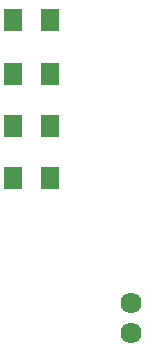
<source format=gtp>
G04 MADE WITH FRITZING*
G04 WWW.FRITZING.ORG*
G04 DOUBLE SIDED*
G04 HOLES PLATED*
G04 CONTOUR ON CENTER OF CONTOUR VECTOR*
%ASAXBY*%
%FSLAX23Y23*%
%MOIN*%
%OFA0B0*%
%SFA1.0B1.0*%
%ADD10C,0.070555*%
%ADD11R,0.062992X0.074803*%
%LNPASTEMASK1*%
G90*
G70*
G54D10*
X741Y1945D03*
X741Y1845D03*
G54D11*
X348Y2889D03*
X470Y2889D03*
X348Y2361D03*
X470Y2361D03*
X348Y2709D03*
X470Y2709D03*
X348Y2534D03*
X470Y2534D03*
G04 End of PasteMask1*
M02*
</source>
